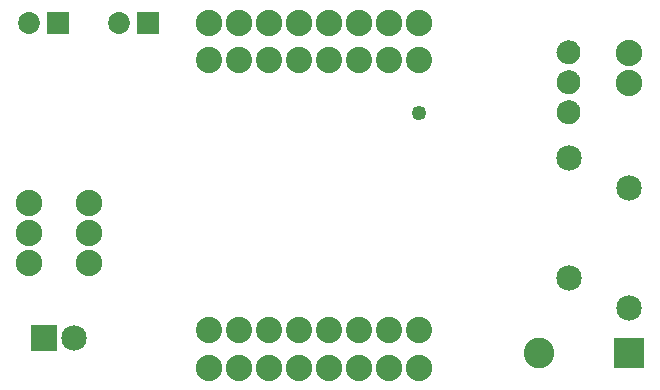
<source format=gbs>
G04 MADE WITH FRITZING*
G04 WWW.FRITZING.ORG*
G04 DOUBLE SIDED*
G04 HOLES PLATED*
G04 CONTOUR ON CENTER OF CONTOUR VECTOR*
%ASAXBY*%
%FSLAX23Y23*%
%MOIN*%
%OFA0B0*%
%SFA1.0B1.0*%
%ADD10C,0.088000*%
%ADD11C,0.049370*%
%ADD12C,0.087778*%
%ADD13C,0.102000*%
%ADD14C,0.072992*%
%ADD15C,0.085000*%
%ADD16R,0.102000X0.102000*%
%ADD17R,0.072992X0.072992*%
%ADD18R,0.085000X0.085000*%
%ADD19R,0.001000X0.001000*%
%LNMASK0*%
G90*
G70*
G54D10*
X749Y1241D03*
X849Y1241D03*
X949Y1241D03*
X1049Y1241D03*
X1149Y1241D03*
X1249Y1241D03*
X1349Y1241D03*
X1449Y1241D03*
X749Y91D03*
X849Y91D03*
X949Y91D03*
X1049Y91D03*
X1149Y91D03*
X1249Y91D03*
X1349Y91D03*
X1449Y91D03*
X2149Y1141D03*
X2149Y1041D03*
X149Y441D03*
X149Y541D03*
X149Y641D03*
X349Y441D03*
X349Y541D03*
X349Y641D03*
G54D11*
X1449Y941D03*
G54D12*
X749Y217D03*
X849Y217D03*
X949Y217D03*
X1049Y217D03*
X1149Y217D03*
X1249Y217D03*
X1349Y217D03*
X1449Y217D03*
X1449Y1117D03*
X1349Y1117D03*
X1249Y1117D03*
X1149Y1117D03*
X1049Y1117D03*
X949Y1117D03*
X849Y1117D03*
X749Y1117D03*
G54D13*
X2149Y141D03*
X1849Y141D03*
G54D14*
X247Y1241D03*
X149Y1241D03*
X547Y1241D03*
X449Y1241D03*
G54D15*
X199Y191D03*
X299Y191D03*
X1949Y391D03*
X1949Y791D03*
X2149Y291D03*
X2149Y691D03*
G54D16*
X2149Y141D03*
G54D17*
X247Y1241D03*
X547Y1241D03*
G54D18*
X199Y191D03*
G54D19*
X1942Y1181D02*
X1953Y1181D01*
X1938Y1180D02*
X1958Y1180D01*
X1934Y1179D02*
X1961Y1179D01*
X1932Y1178D02*
X1964Y1178D01*
X1930Y1177D02*
X1966Y1177D01*
X1928Y1176D02*
X1968Y1176D01*
X1927Y1175D02*
X1969Y1175D01*
X1925Y1174D02*
X1971Y1174D01*
X1924Y1173D02*
X1972Y1173D01*
X1923Y1172D02*
X1973Y1172D01*
X1921Y1171D02*
X1974Y1171D01*
X1920Y1170D02*
X1976Y1170D01*
X1919Y1169D02*
X1977Y1169D01*
X1919Y1168D02*
X1977Y1168D01*
X1918Y1167D02*
X1978Y1167D01*
X1917Y1166D02*
X1979Y1166D01*
X1916Y1165D02*
X1980Y1165D01*
X1915Y1164D02*
X1980Y1164D01*
X1915Y1163D02*
X1981Y1163D01*
X1914Y1162D02*
X1982Y1162D01*
X1914Y1161D02*
X1982Y1161D01*
X1913Y1160D02*
X1983Y1160D01*
X1913Y1159D02*
X1983Y1159D01*
X1912Y1158D02*
X1984Y1158D01*
X1912Y1157D02*
X1984Y1157D01*
X1911Y1156D02*
X1985Y1156D01*
X1911Y1155D02*
X1985Y1155D01*
X1910Y1154D02*
X1985Y1154D01*
X1910Y1153D02*
X1986Y1153D01*
X1910Y1152D02*
X1986Y1152D01*
X1910Y1151D02*
X1986Y1151D01*
X1909Y1150D02*
X1986Y1150D01*
X1909Y1149D02*
X1987Y1149D01*
X1909Y1148D02*
X1987Y1148D01*
X1909Y1147D02*
X1987Y1147D01*
X1909Y1146D02*
X1987Y1146D01*
X1909Y1145D02*
X1987Y1145D01*
X1909Y1144D02*
X1987Y1144D01*
X1909Y1143D02*
X1987Y1143D01*
X1908Y1142D02*
X1987Y1142D01*
X1908Y1141D02*
X1987Y1141D01*
X1909Y1140D02*
X1987Y1140D01*
X1909Y1139D02*
X1987Y1139D01*
X1909Y1138D02*
X1987Y1138D01*
X1909Y1137D02*
X1987Y1137D01*
X1909Y1136D02*
X1987Y1136D01*
X1909Y1135D02*
X1987Y1135D01*
X1909Y1134D02*
X1987Y1134D01*
X1909Y1133D02*
X1986Y1133D01*
X1910Y1132D02*
X1986Y1132D01*
X1910Y1131D02*
X1986Y1131D01*
X1910Y1130D02*
X1986Y1130D01*
X1911Y1129D02*
X1985Y1129D01*
X1911Y1128D02*
X1985Y1128D01*
X1911Y1127D02*
X1985Y1127D01*
X1912Y1126D02*
X1984Y1126D01*
X1912Y1125D02*
X1984Y1125D01*
X1913Y1124D02*
X1983Y1124D01*
X1913Y1123D02*
X1983Y1123D01*
X1914Y1122D02*
X1982Y1122D01*
X1914Y1121D02*
X1982Y1121D01*
X1915Y1120D02*
X1981Y1120D01*
X1916Y1119D02*
X1980Y1119D01*
X1916Y1118D02*
X1980Y1118D01*
X1917Y1117D02*
X1979Y1117D01*
X1918Y1116D02*
X1978Y1116D01*
X1919Y1115D02*
X1977Y1115D01*
X1920Y1114D02*
X1976Y1114D01*
X1921Y1113D02*
X1975Y1113D01*
X1922Y1112D02*
X1974Y1112D01*
X1923Y1111D02*
X1973Y1111D01*
X1924Y1110D02*
X1972Y1110D01*
X1925Y1109D02*
X1970Y1109D01*
X1927Y1108D02*
X1969Y1108D01*
X1929Y1107D02*
X1967Y1107D01*
X1930Y1106D02*
X1966Y1106D01*
X1932Y1105D02*
X1964Y1105D01*
X1935Y1104D02*
X1961Y1104D01*
X1938Y1103D02*
X1958Y1103D01*
X1944Y1102D02*
X1952Y1102D01*
X1942Y1081D02*
X1954Y1081D01*
X1938Y1080D02*
X1958Y1080D01*
X1934Y1079D02*
X1962Y1079D01*
X1932Y1078D02*
X1964Y1078D01*
X1930Y1077D02*
X1966Y1077D01*
X1928Y1076D02*
X1968Y1076D01*
X1927Y1075D02*
X1969Y1075D01*
X1925Y1074D02*
X1971Y1074D01*
X1924Y1073D02*
X1972Y1073D01*
X1923Y1072D02*
X1973Y1072D01*
X1921Y1071D02*
X1975Y1071D01*
X1920Y1070D02*
X1976Y1070D01*
X1919Y1069D02*
X1977Y1069D01*
X1918Y1068D02*
X1977Y1068D01*
X1918Y1067D02*
X1978Y1067D01*
X1917Y1066D02*
X1979Y1066D01*
X1916Y1065D02*
X1980Y1065D01*
X1915Y1064D02*
X1981Y1064D01*
X1915Y1063D02*
X1981Y1063D01*
X1914Y1062D02*
X1982Y1062D01*
X1914Y1061D02*
X1982Y1061D01*
X1913Y1060D02*
X1983Y1060D01*
X1912Y1059D02*
X1983Y1059D01*
X1912Y1058D02*
X1984Y1058D01*
X1912Y1057D02*
X1984Y1057D01*
X1911Y1056D02*
X1985Y1056D01*
X1911Y1055D02*
X1985Y1055D01*
X1910Y1054D02*
X1985Y1054D01*
X1910Y1053D02*
X1986Y1053D01*
X1910Y1052D02*
X1986Y1052D01*
X1910Y1051D02*
X1986Y1051D01*
X1909Y1050D02*
X1986Y1050D01*
X1909Y1049D02*
X1987Y1049D01*
X1909Y1048D02*
X1987Y1048D01*
X1909Y1047D02*
X1987Y1047D01*
X1909Y1046D02*
X1987Y1046D01*
X1909Y1045D02*
X1987Y1045D01*
X1909Y1044D02*
X1987Y1044D01*
X1909Y1043D02*
X1987Y1043D01*
X1908Y1042D02*
X1987Y1042D01*
X1909Y1041D02*
X1987Y1041D01*
X1909Y1040D02*
X1987Y1040D01*
X1909Y1039D02*
X1987Y1039D01*
X1909Y1038D02*
X1987Y1038D01*
X1909Y1037D02*
X1987Y1037D01*
X1909Y1036D02*
X1987Y1036D01*
X1909Y1035D02*
X1987Y1035D01*
X1909Y1034D02*
X1987Y1034D01*
X1910Y1033D02*
X1986Y1033D01*
X1910Y1032D02*
X1986Y1032D01*
X1910Y1031D02*
X1986Y1031D01*
X1910Y1030D02*
X1986Y1030D01*
X1911Y1029D02*
X1985Y1029D01*
X1911Y1028D02*
X1985Y1028D01*
X1911Y1027D02*
X1985Y1027D01*
X1912Y1026D02*
X1984Y1026D01*
X1912Y1025D02*
X1984Y1025D01*
X1913Y1024D02*
X1983Y1024D01*
X1913Y1023D02*
X1983Y1023D01*
X1914Y1022D02*
X1982Y1022D01*
X1914Y1021D02*
X1982Y1021D01*
X1915Y1020D02*
X1981Y1020D01*
X1916Y1019D02*
X1980Y1019D01*
X1916Y1018D02*
X1980Y1018D01*
X1917Y1017D02*
X1979Y1017D01*
X1918Y1016D02*
X1978Y1016D01*
X1919Y1015D02*
X1977Y1015D01*
X1920Y1014D02*
X1976Y1014D01*
X1921Y1013D02*
X1975Y1013D01*
X1922Y1012D02*
X1974Y1012D01*
X1923Y1011D02*
X1973Y1011D01*
X1924Y1010D02*
X1972Y1010D01*
X1926Y1009D02*
X1970Y1009D01*
X1927Y1008D02*
X1969Y1008D01*
X1929Y1007D02*
X1967Y1007D01*
X1930Y1006D02*
X1965Y1006D01*
X1932Y1005D02*
X1963Y1005D01*
X1935Y1004D02*
X1961Y1004D01*
X1939Y1003D02*
X1957Y1003D01*
X1944Y1002D02*
X1952Y1002D01*
X1942Y981D02*
X1954Y981D01*
X1937Y980D02*
X1959Y980D01*
X1934Y979D02*
X1962Y979D01*
X1932Y978D02*
X1964Y978D01*
X1930Y977D02*
X1966Y977D01*
X1928Y976D02*
X1968Y976D01*
X1927Y975D02*
X1969Y975D01*
X1925Y974D02*
X1971Y974D01*
X1924Y973D02*
X1972Y973D01*
X1922Y972D02*
X1973Y972D01*
X1921Y971D02*
X1975Y971D01*
X1920Y970D02*
X1976Y970D01*
X1919Y969D02*
X1977Y969D01*
X1918Y968D02*
X1977Y968D01*
X1918Y967D02*
X1978Y967D01*
X1917Y966D02*
X1979Y966D01*
X1916Y965D02*
X1980Y965D01*
X1915Y964D02*
X1981Y964D01*
X1915Y963D02*
X1981Y963D01*
X1914Y962D02*
X1982Y962D01*
X1914Y961D02*
X1982Y961D01*
X1913Y960D02*
X1983Y960D01*
X1912Y959D02*
X1983Y959D01*
X1912Y958D02*
X1984Y958D01*
X1912Y957D02*
X1984Y957D01*
X1911Y956D02*
X1985Y956D01*
X1911Y955D02*
X1985Y955D01*
X1910Y954D02*
X1985Y954D01*
X1910Y953D02*
X1986Y953D01*
X1910Y952D02*
X1986Y952D01*
X1910Y951D02*
X1986Y951D01*
X1909Y950D02*
X1986Y950D01*
X1909Y949D02*
X1987Y949D01*
X1909Y948D02*
X1987Y948D01*
X1909Y947D02*
X1987Y947D01*
X1909Y946D02*
X1987Y946D01*
X1909Y945D02*
X1987Y945D01*
X1909Y944D02*
X1987Y944D01*
X1909Y943D02*
X1987Y943D01*
X1908Y942D02*
X1987Y942D01*
X1909Y941D02*
X1987Y941D01*
X1909Y940D02*
X1987Y940D01*
X1909Y939D02*
X1987Y939D01*
X1909Y938D02*
X1987Y938D01*
X1909Y937D02*
X1987Y937D01*
X1909Y936D02*
X1987Y936D01*
X1909Y935D02*
X1987Y935D01*
X1909Y934D02*
X1987Y934D01*
X1910Y933D02*
X1986Y933D01*
X1910Y932D02*
X1986Y932D01*
X1910Y931D02*
X1986Y931D01*
X1910Y930D02*
X1986Y930D01*
X1911Y929D02*
X1985Y929D01*
X1911Y928D02*
X1985Y928D01*
X1911Y927D02*
X1985Y927D01*
X1912Y926D02*
X1984Y926D01*
X1912Y925D02*
X1984Y925D01*
X1913Y924D02*
X1983Y924D01*
X1913Y923D02*
X1983Y923D01*
X1914Y922D02*
X1982Y922D01*
X1914Y921D02*
X1982Y921D01*
X1915Y920D02*
X1981Y920D01*
X1916Y919D02*
X1980Y919D01*
X1916Y918D02*
X1980Y918D01*
X1917Y917D02*
X1979Y917D01*
X1918Y916D02*
X1978Y916D01*
X1919Y915D02*
X1977Y915D01*
X1920Y914D02*
X1976Y914D01*
X1921Y913D02*
X1975Y913D01*
X1922Y912D02*
X1974Y912D01*
X1923Y911D02*
X1973Y911D01*
X1924Y910D02*
X1972Y910D01*
X1926Y909D02*
X1970Y909D01*
X1927Y908D02*
X1969Y908D01*
X1929Y907D02*
X1967Y907D01*
X1931Y906D02*
X1965Y906D01*
X1933Y905D02*
X1963Y905D01*
X1935Y904D02*
X1961Y904D01*
X1939Y903D02*
X1957Y903D01*
X1944Y902D02*
X1952Y902D01*
D02*
G04 End of Mask0*
M02*
</source>
